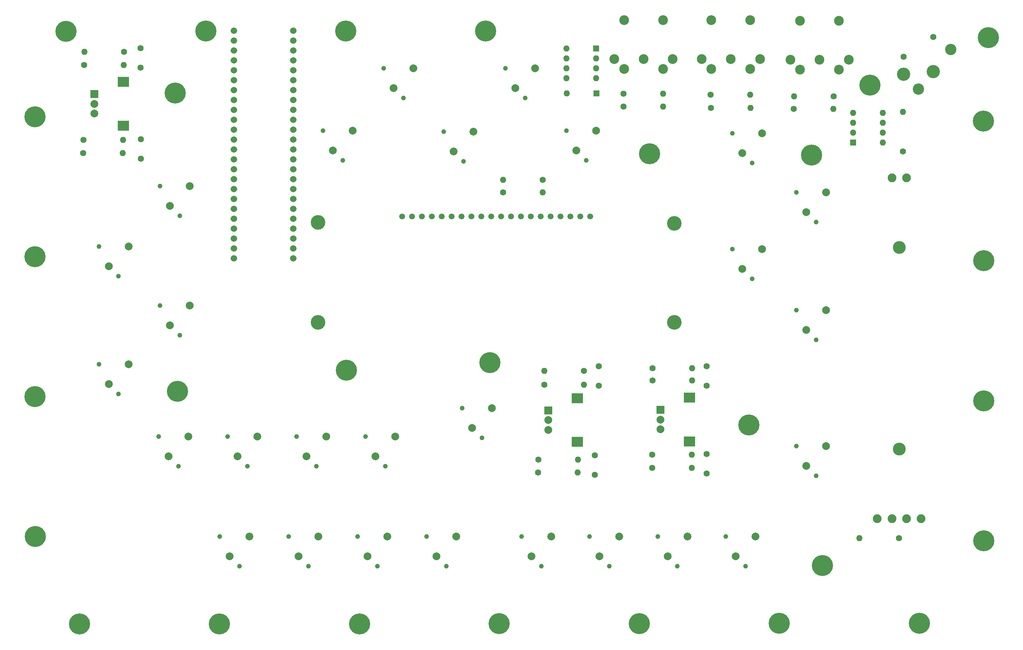
<source format=gbs>
%TF.GenerationSoftware,KiCad,Pcbnew,(5.1.9)-1*%
%TF.CreationDate,2021-06-28T23:03:33+02:00*%
%TF.ProjectId,PiccoloBlack2021_june9_v7avecMasse,50696363-6f6c-46f4-926c-61636b323032,rev?*%
%TF.SameCoordinates,Original*%
%TF.FileFunction,Soldermask,Bot*%
%TF.FilePolarity,Negative*%
%FSLAX46Y46*%
G04 Gerber Fmt 4.6, Leading zero omitted, Abs format (unit mm)*
G04 Created by KiCad (PCBNEW (5.1.9)-1) date 2021-06-28 23:03:33*
%MOMM*%
%LPD*%
G01*
G04 APERTURE LIST*
%ADD10C,5.400000*%
%ADD11C,3.400000*%
%ADD12C,2.900000*%
%ADD13C,1.600000*%
%ADD14C,3.750000*%
%ADD15C,1.500000*%
%ADD16C,1.219200*%
%ADD17C,1.998980*%
%ADD18C,2.499360*%
%ADD19O,1.600000X1.600000*%
%ADD20R,1.600000X1.600000*%
%ADD21R,2.000000X2.000000*%
%ADD22C,2.000000*%
%ADD23R,3.000000X2.500000*%
%ADD24C,2.250000*%
%ADD25C,3.300000*%
%ADD26C,1.665000*%
G04 APERTURE END LIST*
D10*
%TO.C,REF\u002A\u002A*%
X263042400Y-57912000D03*
%TD*%
D11*
%TO.C,DMX_connector1*%
X279349200Y-54457600D03*
X271729200Y-55092600D03*
D12*
X275539200Y-58907600D03*
D13*
X279349200Y-45567600D03*
X271729200Y-50647600D03*
D12*
X283789200Y-48737600D03*
%TD*%
D10*
%TO.C,REF\u002A\u002A*%
X292303200Y-174802800D03*
%TD*%
%TO.C,REF\u002A\u002A*%
X292252400Y-138938000D03*
%TD*%
%TO.C,REF\u002A\u002A*%
X292201600Y-67106800D03*
%TD*%
%TO.C,REF\u002A\u002A*%
X292252400Y-102971600D03*
%TD*%
%TO.C,REF\u002A\u002A*%
X48869600Y-173736000D03*
%TD*%
%TO.C,REF\u002A\u002A*%
X48818800Y-137871200D03*
%TD*%
%TO.C,REF\u002A\u002A*%
X48768000Y-66040000D03*
%TD*%
%TO.C,REF\u002A\u002A*%
X48818800Y-101904800D03*
%TD*%
%TO.C,REF\u002A\u002A*%
X56743600Y-44094400D03*
%TD*%
%TO.C,REF\u002A\u002A*%
X92608400Y-44043600D03*
%TD*%
%TO.C,REF\u002A\u002A*%
X248107200Y-75844400D03*
%TD*%
%TO.C,REF\u002A\u002A*%
X164439600Y-43992800D03*
%TD*%
%TO.C,REF\u002A\u002A*%
X206502000Y-75539600D03*
%TD*%
%TO.C,REF\u002A\u002A*%
X128574800Y-44043600D03*
%TD*%
%TO.C,REF\u002A\u002A*%
X239776000Y-196037200D03*
%TD*%
%TO.C,REF\u002A\u002A*%
X275742400Y-196037200D03*
%TD*%
%TO.C,REF\u002A\u002A*%
X167944800Y-196088000D03*
%TD*%
%TO.C,REF\u002A\u002A*%
X203911200Y-196088000D03*
%TD*%
%TO.C,REF\u002A\u002A*%
X132080000Y-196138800D03*
%TD*%
%TO.C,REF\u002A\u002A*%
X293471600Y-45720000D03*
%TD*%
%TO.C,REF\u002A\u002A*%
X250850400Y-181152800D03*
%TD*%
%TO.C,REF\u002A\u002A*%
X96113600Y-196138800D03*
%TD*%
%TO.C,REF\u002A\u002A*%
X128676400Y-131064000D03*
%TD*%
%TO.C,REF\u002A\u002A*%
X60248800Y-196189600D03*
%TD*%
%TO.C,REF\u002A\u002A*%
X165557200Y-129133600D03*
%TD*%
%TO.C,REF\u002A\u002A*%
X232003600Y-145084800D03*
%TD*%
%TO.C,REF\u002A\u002A*%
X84734400Y-59944000D03*
%TD*%
%TO.C,REF\u002A\u002A*%
X85394800Y-136448800D03*
%TD*%
D14*
%TO.C,ECRAN_OLED4x20*%
X212832000Y-93414000D03*
X212832000Y-118774000D03*
X121432000Y-118774000D03*
X121432000Y-93114000D03*
D15*
X143002000Y-91614000D03*
X145542000Y-91614000D03*
X148082000Y-91614000D03*
X150622000Y-91614000D03*
X153162000Y-91614000D03*
X155702000Y-91614000D03*
X158242000Y-91614000D03*
X160782000Y-91614000D03*
X163322000Y-91614000D03*
X165862000Y-91614000D03*
X168402000Y-91614000D03*
X170942000Y-91614000D03*
X173482000Y-91614000D03*
X176022000Y-91614000D03*
X178562000Y-91614000D03*
X181102000Y-91614000D03*
X183642000Y-91614000D03*
X186182000Y-91614000D03*
X188722000Y-91614000D03*
X191262000Y-91614000D03*
%TD*%
D16*
%TO.C,DEL1*%
X244233700Y-85394800D03*
X249293380Y-93014800D03*
D17*
X246773700Y-90474800D03*
X251853700Y-85394800D03*
%TD*%
D16*
%TO.C,UNDO1*%
X244233700Y-115633500D03*
X249293380Y-123253500D03*
D17*
X246773700Y-120713500D03*
X251853700Y-115633500D03*
%TD*%
D16*
%TO.C,TAP1*%
X227812600Y-99987100D03*
X232872280Y-107607100D03*
D17*
X230352600Y-105067100D03*
X235432600Y-99987100D03*
%TD*%
D16*
%TO.C,SHIFT1*%
X80860900Y-83845400D03*
X85920580Y-91465400D03*
D17*
X83400900Y-88925400D03*
X88480900Y-83845400D03*
%TD*%
D16*
%TO.C,SAVE1*%
X169545000Y-53594000D03*
X174604680Y-61214000D03*
D17*
X172085000Y-58674000D03*
X177165000Y-53594000D03*
%TD*%
D16*
%TO.C,PAD8*%
X226064645Y-173697900D03*
X231124325Y-181317900D03*
D17*
X228604645Y-178777900D03*
X233684645Y-173697900D03*
%TD*%
D16*
%TO.C,PAD7*%
X208604830Y-173697900D03*
X213664510Y-181317900D03*
D17*
X211144830Y-178777900D03*
X216224830Y-173697900D03*
%TD*%
D16*
%TO.C,PAD6*%
X191145015Y-173697900D03*
X196204695Y-181317900D03*
D17*
X193685015Y-178777900D03*
X198765015Y-173697900D03*
%TD*%
D16*
%TO.C,PAD5*%
X173685200Y-173697900D03*
X178744880Y-181317900D03*
D17*
X176225200Y-178777900D03*
X181305200Y-173697900D03*
%TD*%
D16*
%TO.C,PAD4*%
X149301200Y-173697900D03*
X154360880Y-181317900D03*
D17*
X151841200Y-178777900D03*
X156921200Y-173697900D03*
%TD*%
D16*
%TO.C,PAD3*%
X131605866Y-173697900D03*
X136665546Y-181317900D03*
D17*
X134145866Y-178777900D03*
X139225866Y-173697900D03*
%TD*%
D16*
%TO.C,PAD2*%
X113910533Y-173697900D03*
X118970213Y-181317900D03*
D17*
X116450533Y-178777900D03*
X121530533Y-173697900D03*
%TD*%
D16*
%TO.C,PAD1*%
X96215200Y-173697900D03*
X101274880Y-181317900D03*
D17*
X98755200Y-178777900D03*
X103835200Y-173697900D03*
%TD*%
D16*
%TO.C,OK1*%
X244233700Y-150533100D03*
X249293380Y-158153100D03*
D17*
X246773700Y-155613100D03*
X251853700Y-150533100D03*
%TD*%
D16*
%TO.C,MUTE1*%
X65176400Y-129540000D03*
X70236080Y-137160000D03*
D17*
X67716400Y-134620000D03*
X72796400Y-129540000D03*
%TD*%
D18*
%TO.C,MIDI_OUT2*%
X245137940Y-41414700D03*
X255140460Y-41414700D03*
X245143020Y-53911500D03*
X257637280Y-51409600D03*
X250139200Y-51412140D03*
X255135380Y-53911500D03*
X242641120Y-51409600D03*
%TD*%
%TO.C,MIDI_OUT1*%
X222379540Y-41262300D03*
X232382060Y-41262300D03*
X222384620Y-53759100D03*
X234878880Y-51257200D03*
X227380800Y-51259740D03*
X232376980Y-53759100D03*
X219882720Y-51257200D03*
%TD*%
%TO.C,MIDI_IN1*%
X199976740Y-41262300D03*
X209979260Y-41262300D03*
X199981820Y-53759100D03*
X212476080Y-51257200D03*
X204978000Y-51259740D03*
X209974180Y-53759100D03*
X197479920Y-51257200D03*
%TD*%
D16*
%TO.C,MEMORY1*%
X122682000Y-69596000D03*
X127741680Y-77216000D03*
D17*
X125222000Y-74676000D03*
X130302000Y-69596000D03*
%TD*%
D16*
%TO.C,LAYER4*%
X133604000Y-148082000D03*
X138663680Y-155702000D03*
D17*
X136144000Y-153162000D03*
X141224000Y-148082000D03*
%TD*%
D16*
%TO.C,LAYER3*%
X115908666Y-148082000D03*
X120968346Y-155702000D03*
D17*
X118448666Y-153162000D03*
X123528666Y-148082000D03*
%TD*%
D16*
%TO.C,LAYER2*%
X98213333Y-148082000D03*
X103273013Y-155702000D03*
D17*
X100753333Y-153162000D03*
X105833333Y-148082000D03*
%TD*%
D16*
%TO.C,LAYER1*%
X80518000Y-148082000D03*
X85577680Y-155702000D03*
D17*
X83058000Y-153162000D03*
X88138000Y-148082000D03*
%TD*%
D16*
%TO.C,KARAKT1*%
X138303000Y-53594000D03*
X143362680Y-61214000D03*
D17*
X140843000Y-58674000D03*
X145923000Y-53594000D03*
%TD*%
D16*
%TO.C,JUMP1*%
X158445200Y-140779500D03*
X163504880Y-148399500D03*
D17*
X160985200Y-145859500D03*
X166065200Y-140779500D03*
%TD*%
D19*
%TO.C,J1*%
X185166000Y-48514000D03*
X192786000Y-56134000D03*
X185166000Y-51054000D03*
X192786000Y-53594000D03*
X185166000Y-53594000D03*
X192786000Y-51054000D03*
X185166000Y-56134000D03*
D20*
X192786000Y-48514000D03*
%TD*%
D19*
%TO.C,D1*%
X185267600Y-60045600D03*
D20*
X192887600Y-60045600D03*
%TD*%
D16*
%TO.C,CTRL1*%
X80860900Y-114477800D03*
X85920580Y-122097800D03*
D17*
X83400900Y-119557800D03*
X88480900Y-114477800D03*
%TD*%
D16*
%TO.C,ALT1*%
X65176400Y-99314000D03*
X70236080Y-106934000D03*
D17*
X67716400Y-104394000D03*
X72796400Y-99314000D03*
%TD*%
D21*
%TO.C,ROT_LEFT1*%
X180517800Y-141363700D03*
D22*
X180517800Y-143863700D03*
X180517800Y-146363700D03*
D23*
X188017800Y-138263700D03*
X188017800Y-149463700D03*
%TD*%
%TO.C,ROT_RIGHT1*%
X216796000Y-149324000D03*
X216796000Y-138124000D03*
D22*
X209296000Y-146224000D03*
X209296000Y-143724000D03*
D21*
X209296000Y-141224000D03*
%TD*%
D23*
%TO.C,ROT_TOP1*%
X71508000Y-68298000D03*
X71508000Y-57098000D03*
D22*
X64008000Y-65198000D03*
X64008000Y-62698000D03*
D21*
X64008000Y-60198000D03*
%TD*%
D24*
%TO.C,Slide_Potentiometer1*%
X268732000Y-169164000D03*
X272482000Y-169164000D03*
X264982000Y-169164000D03*
X276232000Y-169164000D03*
X268732000Y-81664000D03*
X272482000Y-81664000D03*
D25*
X270607000Y-99564000D03*
X270607000Y-151264000D03*
%TD*%
D20*
%TO.C,U1*%
X258724400Y-72644000D03*
D19*
X266344400Y-65024000D03*
X258724400Y-70104000D03*
X266344400Y-67564000D03*
X258724400Y-67564000D03*
X266344400Y-70104000D03*
X258724400Y-65024000D03*
X266344400Y-72644000D03*
%TD*%
D17*
%TO.C,DUP1*%
X235432600Y-70269100D03*
X230352600Y-75349100D03*
D16*
X232872280Y-77889100D03*
X227812600Y-70269100D03*
%TD*%
%TO.C,DUP2*%
X185166000Y-69596000D03*
X190225680Y-77216000D03*
D17*
X187706000Y-74676000D03*
X192786000Y-69596000D03*
%TD*%
%TO.C,LOAD1*%
X161340800Y-69850000D03*
X156260800Y-74930000D03*
D16*
X158780480Y-77470000D03*
X153720800Y-69850000D03*
%TD*%
D19*
%TO.C,RLeft1*%
X189636400Y-134823200D03*
D13*
X179476400Y-134823200D03*
%TD*%
D19*
%TO.C,RLeft2*%
X188112400Y-153974800D03*
D13*
X177952400Y-153974800D03*
%TD*%
D19*
%TO.C,RLeft3*%
X179476400Y-131267200D03*
D13*
X189636400Y-131267200D03*
%TD*%
%TO.C,RLeft4*%
X177901600Y-157276800D03*
D19*
X188061600Y-157276800D03*
%TD*%
%TO.C,RMidiIn1*%
X210007200Y-63398400D03*
D13*
X199847200Y-63398400D03*
%TD*%
%TO.C,RMIdiIn270*%
X199847200Y-60147200D03*
D19*
X210007200Y-60147200D03*
%TD*%
D13*
%TO.C,RMidiOut3*%
X243484400Y-64008000D03*
D19*
X253644400Y-64008000D03*
%TD*%
%TO.C,RMidiOut4*%
X243636800Y-60756800D03*
D13*
X253796800Y-60756800D03*
%TD*%
D19*
%TO.C,ROled1*%
X168910000Y-82194400D03*
D13*
X179070000Y-82194400D03*
%TD*%
%TO.C,ROled2*%
X168910000Y-85394800D03*
D19*
X179070000Y-85394800D03*
%TD*%
%TO.C,RRotRight1*%
X217474800Y-133705600D03*
D13*
X207314800Y-133705600D03*
%TD*%
%TO.C,RRotRight2*%
X207162400Y-152704800D03*
D19*
X217322400Y-152704800D03*
%TD*%
%TO.C,RRotRight3*%
X217424000Y-130556000D03*
D13*
X207264000Y-130556000D03*
%TD*%
%TO.C,RRotRight4*%
X207213200Y-156146500D03*
D19*
X217373200Y-156146500D03*
%TD*%
%TO.C,RSlide1*%
X260350000Y-174180500D03*
D13*
X270510000Y-174180500D03*
%TD*%
%TO.C,RTop1*%
X61417200Y-52717700D03*
D19*
X71577200Y-52717700D03*
%TD*%
D13*
%TO.C,RTop2*%
X61214000Y-71983600D03*
D19*
X71374000Y-71983600D03*
%TD*%
D13*
%TO.C,RTop3*%
X71628000Y-49377600D03*
D19*
X61468000Y-49377600D03*
%TD*%
%TO.C,RTop4*%
X71323200Y-75336400D03*
D13*
X61163200Y-75336400D03*
%TD*%
D26*
%TO.C,TEENSY1*%
X115062000Y-49022000D03*
X115062000Y-51562000D03*
X115062000Y-54102000D03*
X115062000Y-56642000D03*
X115062000Y-59182000D03*
X115062000Y-61722000D03*
X115062000Y-64262000D03*
X115062000Y-66802000D03*
X115062000Y-69342000D03*
X115062000Y-71882000D03*
X115062000Y-74422000D03*
X115062000Y-76962000D03*
X99822000Y-76962000D03*
X99822000Y-74422000D03*
X99822000Y-71882000D03*
X99822000Y-69342000D03*
X99822000Y-66802000D03*
X99822000Y-64262000D03*
X99822000Y-61722000D03*
X99822000Y-59182000D03*
X99822000Y-56642000D03*
X99822000Y-54102000D03*
X99822000Y-51562000D03*
X115062000Y-82042000D03*
X115062000Y-84582000D03*
X115062000Y-87122000D03*
X115062000Y-89662000D03*
X115062000Y-92202000D03*
X115062000Y-94742000D03*
X115062000Y-97282000D03*
X115062000Y-99822000D03*
X115062000Y-102362000D03*
X99822000Y-102362000D03*
X99822000Y-99822000D03*
X99822000Y-97282000D03*
X99822000Y-94742000D03*
X99822000Y-92202000D03*
X99822000Y-89662000D03*
X99822000Y-87122000D03*
X99822000Y-84582000D03*
X99822000Y-82042000D03*
X115062000Y-79502000D03*
X99822000Y-49022000D03*
X99822000Y-43942000D03*
X115062000Y-46482000D03*
X99822000Y-79502000D03*
X99822000Y-46482000D03*
X115062000Y-43942000D03*
%TD*%
D13*
%TO.C,CLeft1*%
X193497200Y-135026400D03*
X193497200Y-130026400D03*
%TD*%
%TO.C,CLeft2*%
X192481200Y-157908000D03*
X192481200Y-152908000D03*
%TD*%
%TO.C,CRight1*%
X221183200Y-130048000D03*
X221183200Y-135048000D03*
%TD*%
%TO.C,CRight2*%
X221132400Y-152581600D03*
X221132400Y-157581600D03*
%TD*%
%TO.C,CTop1*%
X75895200Y-48441600D03*
X75895200Y-53441600D03*
%TD*%
%TO.C,CTop2*%
X75996800Y-71780400D03*
X75996800Y-76780400D03*
%TD*%
%TO.C,RMax1=10*%
X271576800Y-74930000D03*
D19*
X271576800Y-64770000D03*
%TD*%
D13*
%TO.C,RMidiOut1=220*%
X222300800Y-63754000D03*
D19*
X232460800Y-63754000D03*
%TD*%
D13*
%TO.C,RMidiOut2*%
X222199200Y-60350400D03*
D19*
X232359200Y-60350400D03*
%TD*%
M02*

</source>
